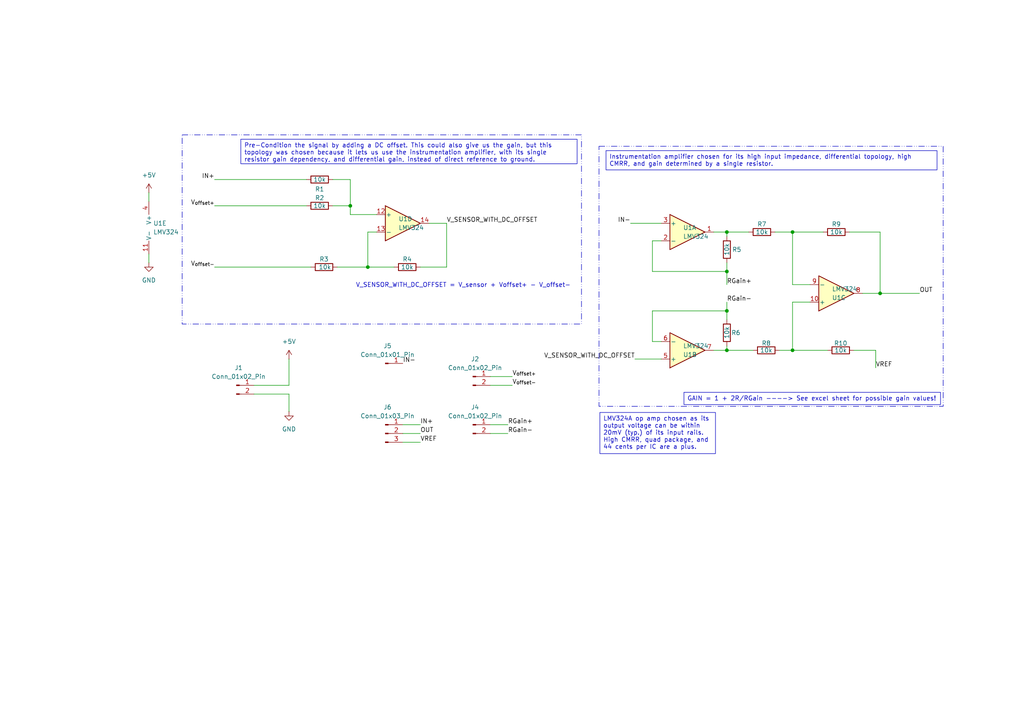
<source format=kicad_sch>
(kicad_sch (version 20250114) (generator "eeschema") (generator_version "9.0")
  (paper "A4")
  (lib_symbols
    (symbol "Amplifier_Operational:LMV324" (pin_names (offset 0.127))
      (property "Reference" "U1" (at -1.27 1.2701 0))
      (property "Value" "LMV324" (at -1.27 -1.2699 0))
      (symbol "LMV324_1_1"
        (polyline (pts (xy -5.08 5.08) (xy 5.08 0) (xy -5.08 -5.08) (xy -5.08 5.08)) (stroke (width 0.254)) (fill (type background)))
        (pin input line (at -7.62 2.54 0) (length 2.54) (name "+") (number "3"))
        (pin input line (at -7.62 -2.54 0) (length 2.54) (name "-") (number "2"))
        (pin output line (at 7.62 0 180) (length 2.54) (name "~") (number "1"))
      )
      (symbol "LMV324_2_1"
        (polyline (pts (xy -5.08 5.08) (xy 5.08 0) (xy -5.08 -5.08) (xy -5.08 5.08)) (stroke (width 0.254)) (fill (type background)))
        (pin input line (at -7.62 2.54 0) (length 2.54) (name "+") (number "5"))
        (pin input line (at -7.62 -2.54 0) (length 2.54) (name "-") (number "6"))
        (pin output line (at 7.62 0 180) (length 2.54) (name "~") (number "7"))
      )
      (symbol "LMV324_3_1"
        (polyline (pts (xy -5.08 5.08) (xy 5.08 0) (xy -5.08 -5.08) (xy -5.08 5.08)) (stroke (width 0.254)) (fill (type background)))
        (pin input line (at -7.62 2.54 0) (length 2.54) (name "+") (number "10"))
        (pin input line (at -7.62 -2.54 0) (length 2.54) (name "-") (number "9"))
        (pin output line (at 7.62 0 180) (length 2.54) (name "~") (number "8"))
      )
      (symbol "LMV324_4_1"
        (polyline (pts (xy -5.08 5.08) (xy 5.08 0) (xy -5.08 -5.08) (xy -5.08 5.08)) (stroke (width 0.254)) (fill (type background)))
        (pin input line (at -7.62 2.54 0) (length 2.54) (name "+") (number "12"))
        (pin input line (at -7.62 -2.54 0) (length 2.54) (name "-") (number "13"))
        (pin output line (at 7.62 0 180) (length 2.54) (name "~") (number "14"))
      )
      (symbol "LMV324_5_1"
        (pin power_in line (at -2.54 7.62 270) (length 3.81) (name "V+") (number "4"))
        (pin power_in line (at -2.54 -7.62 90) (length 3.81) (name "V-") (number "11"))
      )
    )
    (symbol "Connector:Conn_01x01_Pin" (pin_names (offset 1.016) (hide yes))
      (property "Reference" "J" (at 0 2.54 0))
      (property "Value" "Conn_01x01_Pin" (at 0 -2.54 0))
      (symbol "Conn_01x01_Pin_1_1"
        (rectangle (start 0.8636 0.127) (end 0 -0.127) (stroke (width 0.1524)) (fill (type outline)))
        (polyline (pts (xy 1.27 0) (xy 0.8636 0)) (stroke (width 0.1524)))
        (pin passive line (at 5.08 0 180) (length 3.81) (name "Pin_1") (number "1"))
      )
    )
    (symbol "Connector:Conn_01x02_Pin" (pin_names (offset 1.016) (hide yes))
      (property "Reference" "J" (at 0 2.54 0))
      (property "Value" "Conn_01x02_Pin" (at 0 -5.08 0))
      (symbol "Conn_01x02_Pin_1_1"
        (rectangle (start 0.8636 0.127) (end 0 -0.127) (stroke (width 0.1524)) (fill (type outline)))
        (rectangle (start 0.8636 -2.413) (end 0 -2.667) (stroke (width 0.1524)) (fill (type outline)))
        (polyline (pts (xy 1.27 0) (xy 0.8636 0)) (stroke (width 0.1524)))
        (polyline (pts (xy 1.27 -2.54) (xy 0.8636 -2.54)) (stroke (width 0.1524)))
        (pin passive line (at 5.08 0 180) (length 3.81) (name "Pin_1") (number "1"))
        (pin passive line (at 5.08 -2.54 180) (length 3.81) (name "Pin_2") (number "2"))
      )
    )
    (symbol "Connector:Conn_01x03_Pin" (pin_names (offset 1.016) (hide yes))
      (property "Reference" "J" (at 0 5.08 0))
      (property "Value" "Conn_01x03_Pin" (at 0 -5.08 0))
      (symbol "Conn_01x03_Pin_1_1"
        (rectangle (start 0.8636 2.667) (end 0 2.413) (stroke (width 0.1524)) (fill (type outline)))
        (rectangle (start 0.8636 0.127) (end 0 -0.127) (stroke (width 0.1524)) (fill (type outline)))
        (rectangle (start 0.8636 -2.413) (end 0 -2.667) (stroke (width 0.1524)) (fill (type outline)))
        (polyline (pts (xy 1.27 2.54) (xy 0.8636 2.54)) (stroke (width 0.1524)))
        (polyline (pts (xy 1.27 0) (xy 0.8636 0)) (stroke (width 0.1524)))
        (polyline (pts (xy 1.27 -2.54) (xy 0.8636 -2.54)) (stroke (width 0.1524)))
        (pin passive line (at 5.08 2.54 180) (length 3.81) (name "Pin_1") (number "1"))
        (pin passive line (at 5.08 0 180) (length 3.81) (name "Pin_2") (number "2"))
        (pin passive line (at 5.08 -2.54 180) (length 3.81) (name "Pin_3") (number "3"))
      )
    )
    (symbol "Device:R" (pin_numbers (hide yes)) (pin_names (offset 0))
      (property "Reference" "R" (at 2.032 0 90))
      (property "Value" "R" (at 0 0 90))
      (symbol "R_0_1"
        (rectangle (start -1.016 -2.54) (end 1.016 2.54) (stroke (width 0.254)))
      )
      (symbol "R_1_1"
        (pin passive line (at 0 3.81 270) (length 1.27) (name "~") (number "1"))
        (pin passive line (at 0 -3.81 90) (length 1.27) (name "~") (number "2"))
      )
    )
    (symbol "LMV324_1" (pin_names (offset 0.127))
      (property "Reference" "U1" (at -1.27 1.2701 0))
      (property "Value" "LMV324" (at -1.27 -1.2699 0))
      (symbol "LMV324_1_1_1"
        (polyline (pts (xy -5.08 5.08) (xy 5.08 0) (xy -5.08 -5.08) (xy -5.08 5.08)) (stroke (width 0.254)) (fill (type background)))
        (pin input line (at -7.62 2.54 0) (length 2.54) (name "+") (number "3"))
        (pin input line (at -7.62 -2.54 0) (length 2.54) (name "-") (number "2"))
        (pin output line (at 7.62 0 180) (length 2.54) (name "~") (number "1"))
      )
      (symbol "LMV324_1_2_1"
        (polyline (pts (xy -5.08 5.08) (xy 5.08 0) (xy -5.08 -5.08) (xy -5.08 5.08)) (stroke (width 0.254)) (fill (type background)))
        (pin input line (at -7.62 2.54 0) (length 2.54) (name "+") (number "5"))
        (pin input line (at -7.62 -2.54 0) (length 2.54) (name "-") (number "6"))
        (pin output line (at 7.62 0 180) (length 2.54) (name "~") (number "7"))
      )
      (symbol "LMV324_1_3_1"
        (polyline (pts (xy -5.08 5.08) (xy 5.08 0) (xy -5.08 -5.08) (xy -5.08 5.08)) (stroke (width 0.254)) (fill (type background)))
        (pin input line (at -7.62 2.54 0) (length 2.54) (name "+") (number "10"))
        (pin input line (at -7.62 -2.54 0) (length 2.54) (name "-") (number "9"))
        (pin output line (at 7.62 0 180) (length 2.54) (name "~") (number "8"))
      )
      (symbol "LMV324_1_4_1"
        (polyline (pts (xy -5.08 5.08) (xy 5.08 0) (xy -5.08 -5.08) (xy -5.08 5.08)) (stroke (width 0.254)) (fill (type background)))
        (pin input line (at -7.62 2.54 0) (length 2.54) (name "+") (number "12"))
        (pin input line (at -7.62 -2.54 0) (length 2.54) (name "-") (number "13"))
        (pin output line (at 7.62 0 180) (length 2.54) (name "~") (number "14"))
      )
      (symbol "LMV324_1_5_1"
        (pin power_in line (at -2.54 7.62 270) (length 3.81) (name "V+") (number "4"))
        (pin power_in line (at -2.54 -7.62 90) (length 3.81) (name "V-") (number "11"))
      )
    )
    (symbol "LMV324_2" (pin_names (offset 0.127))
      (property "Reference" "U1" (at -1.27 1.2701 0))
      (property "Value" "LMV324" (at -1.27 -1.2699 0))
      (symbol "LMV324_2_1_1"
        (polyline (pts (xy -5.08 5.08) (xy 5.08 0) (xy -5.08 -5.08) (xy -5.08 5.08)) (stroke (width 0.254)) (fill (type background)))
        (pin input line (at -7.62 2.54 0) (length 2.54) (name "+") (number "3"))
        (pin input line (at -7.62 -2.54 0) (length 2.54) (name "-") (number "2"))
        (pin output line (at 7.62 0 180) (length 2.54) (name "~") (number "1"))
      )
      (symbol "LMV324_2_2_1"
        (polyline (pts (xy -5.08 5.08) (xy 5.08 0) (xy -5.08 -5.08) (xy -5.08 5.08)) (stroke (width 0.254)) (fill (type background)))
        (pin input line (at -7.62 2.54 0) (length 2.54) (name "+") (number "5"))
        (pin input line (at -7.62 -2.54 0) (length 2.54) (name "-") (number "6"))
        (pin output line (at 7.62 0 180) (length 2.54) (name "~") (number "7"))
      )
      (symbol "LMV324_2_3_1"
        (polyline (pts (xy -5.08 5.08) (xy 5.08 0) (xy -5.08 -5.08) (xy -5.08 5.08)) (stroke (width 0.254)) (fill (type background)))
        (pin input line (at -7.62 2.54 0) (length 2.54) (name "+") (number "10"))
        (pin input line (at -7.62 -2.54 0) (length 2.54) (name "-") (number "9"))
        (pin output line (at 7.62 0 180) (length 2.54) (name "~") (number "8"))
      )
      (symbol "LMV324_2_4_1"
        (polyline (pts (xy -5.08 5.08) (xy 5.08 0) (xy -5.08 -5.08) (xy -5.08 5.08)) (stroke (width 0.254)) (fill (type background)))
        (pin input line (at -7.62 2.54 0) (length 2.54) (name "+") (number "12"))
        (pin input line (at -7.62 -2.54 0) (length 2.54) (name "-") (number "13"))
        (pin output line (at 7.62 0 180) (length 2.54) (name "~") (number "14"))
      )
      (symbol "LMV324_2_5_1"
        (pin power_in line (at -2.54 7.62 270) (length 3.81) (name "V+") (number "4"))
        (pin power_in line (at -2.54 -7.62 90) (length 3.81) (name "V-") (number "11"))
      )
    )
    (symbol "LMV324_3" (pin_names (offset 0.127))
      (property "Reference" "U1" (at -1.27 1.2701 0))
      (property "Value" "LMV324" (at -1.27 -1.2699 0))
      (symbol "LMV324_3_1_1"
        (polyline (pts (xy -5.08 5.08) (xy 5.08 0) (xy -5.08 -5.08) (xy -5.08 5.08)) (stroke (width 0.254)) (fill (type background)))
        (pin input line (at -7.62 2.54 0) (length 2.54) (name "+") (number "3"))
        (pin input line (at -7.62 -2.54 0) (length 2.54) (name "-") (number "2"))
        (pin output line (at 7.62 0 180) (length 2.54) (name "~") (number "1"))
      )
      (symbol "LMV324_3_2_1"
        (polyline (pts (xy -5.08 5.08) (xy 5.08 0) (xy -5.08 -5.08) (xy -5.08 5.08)) (stroke (width 0.254)) (fill (type background)))
        (pin input line (at -7.62 2.54 0) (length 2.54) (name "+") (number "5"))
        (pin input line (at -7.62 -2.54 0) (length 2.54) (name "-") (number "6"))
        (pin output line (at 7.62 0 180) (length 2.54) (name "~") (number "7"))
      )
      (symbol "LMV324_3_3_1"
        (polyline (pts (xy -5.08 5.08) (xy 5.08 0) (xy -5.08 -5.08) (xy -5.08 5.08)) (stroke (width 0.254)) (fill (type background)))
        (pin input line (at -7.62 2.54 0) (length 2.54) (name "+") (number "10"))
        (pin input line (at -7.62 -2.54 0) (length 2.54) (name "-") (number "9"))
        (pin output line (at 7.62 0 180) (length 2.54) (name "~") (number "8"))
      )
      (symbol "LMV324_3_4_1"
        (polyline (pts (xy -5.08 5.08) (xy 5.08 0) (xy -5.08 -5.08) (xy -5.08 5.08)) (stroke (width 0.254)) (fill (type background)))
        (pin input line (at -7.62 2.54 0) (length 2.54) (name "+") (number "12"))
        (pin input line (at -7.62 -2.54 0) (length 2.54) (name "-") (number "13"))
        (pin output line (at 7.62 0 180) (length 2.54) (name "~") (number "14"))
      )
      (symbol "LMV324_3_5_1"
        (pin power_in line (at -2.54 7.62 270) (length 3.81) (name "V+") (number "4"))
        (pin power_in line (at -2.54 -7.62 90) (length 3.81) (name "V-") (number "11"))
      )
    )
    (symbol "LMV324_4" (pin_names (offset 0.127))
      (property "Reference" "U1" (at -1.27 1.2701 0))
      (property "Value" "LMV324" (at -1.27 -1.2699 0))
      (symbol "LMV324_4_1_1"
        (polyline (pts (xy -5.08 5.08) (xy 5.08 0) (xy -5.08 -5.08) (xy -5.08 5.08)) (stroke (width 0.254)) (fill (type background)))
        (pin input line (at -7.62 2.54 0) (length 2.54) (name "+") (number "3"))
        (pin input line (at -7.62 -2.54 0) (length 2.54) (name "-") (number "2"))
        (pin output line (at 7.62 0 180) (length 2.54) (name "~") (number "1"))
      )
      (symbol "LMV324_4_2_1"
        (polyline (pts (xy -5.08 5.08) (xy 5.08 0) (xy -5.08 -5.08) (xy -5.08 5.08)) (stroke (width 0.254)) (fill (type background)))
        (pin input line (at -7.62 2.54 0) (length 2.54) (name "+") (number "5"))
        (pin input line (at -7.62 -2.54 0) (length 2.54) (name "-") (number "6"))
        (pin output line (at 7.62 0 180) (length 2.54) (name "~") (number "7"))
      )
      (symbol "LMV324_4_3_1"
        (polyline (pts (xy -5.08 5.08) (xy 5.08 0) (xy -5.08 -5.08) (xy -5.08 5.08)) (stroke (width 0.254)) (fill (type background)))
        (pin input line (at -7.62 2.54 0) (length 2.54) (name "+") (number "10"))
        (pin input line (at -7.62 -2.54 0) (length 2.54) (name "-") (number "9"))
        (pin output line (at 7.62 0 180) (length 2.54) (name "~") (number "8"))
      )
      (symbol "LMV324_4_4_1"
        (polyline (pts (xy -5.08 5.08) (xy 5.08 0) (xy -5.08 -5.08) (xy -5.08 5.08)) (stroke (width 0.254)) (fill (type background)))
        (pin input line (at -7.62 2.54 0) (length 2.54) (name "+") (number "12"))
        (pin input line (at -7.62 -2.54 0) (length 2.54) (name "-") (number "13"))
        (pin output line (at 7.62 0 180) (length 2.54) (name "~") (number "14"))
      )
      (symbol "LMV324_4_5_1"
        (pin power_in line (at -2.54 7.62 270) (length 3.81) (name "V+") (number "4"))
        (pin power_in line (at -2.54 -7.62 90) (length 3.81) (name "V-") (number "11"))
      )
    )
    (symbol "power:+5V" (power) (pin_numbers (hide yes)) (pin_names (offset 0) (hide yes))
      (property "Value" "+5V" (at 0 3.556 0))
      (symbol "+5V_0_1"
        (polyline (pts (xy -0.762 1.27) (xy 0 2.54)))
        (polyline (pts (xy 0 2.54) (xy 0.762 1.27)))
        (polyline (pts (xy 0 0) (xy 0 2.54)))
      )
      (symbol "+5V_1_1"
        (pin power_in line (at 0 0 90) (length 0) (name "~") (number "1"))
      )
    )
    (symbol "power:GND" (power) (pin_numbers (hide yes)) (pin_names (offset 0) (hide yes))
      (property "Value" "GND" (at 0 -3.81 0))
      (symbol "GND_0_1"
        (polyline (pts (xy 0 0) (xy 0 -1.27) (xy 1.27 -1.27) (xy 0 -2.54) (xy -1.27 -1.27) (xy 0 -1.27)))
      )
      (symbol "GND_1_1"
        (pin power_in line (at 0 0 270) (length 0) (name "~") (number "1"))
      )
    )
  )
  (rectangle (start 173.736 42.418) (end 273.558 117.856) (stroke (width 0) (type dash_dot_dot)))
  (rectangle (start 52.832 39.116) (end 168.656 93.98) (stroke (width 0) (type dash_dot_dot)))
  (text "V_SENSOR_WITH_DC_OFFSET = V_sensor + Voffset+ - V_offset-" (at 134.366 82.804 0) (effects (font (size 1.27 1.27))))
  (text_box "Instrumentation amplifier chosen for its high input impedance, differential topology, high CMRR, and gain determined by a single resistor." (at 175.768 43.688 0) (size 96.012 5.588) (margins 0.9525 0.9525 0.9525 0.9525) (effects (font (size 1.27 1.27)) (justify left top)))
  (text_box "Pre-Condition the signal by adding a DC offset. This could also give us the gain, but this topology was chosen because it lets us use the instrumentation amplifier, with its single resistor gain dependency, and differential gain, instead of direct reference to ground." (at 69.85 40.386 0) (size 97.536 7.112) (margins 0.9525 0.9525 0.9525 0.9525) (effects (font (size 1.27 1.27)) (justify left top)))
  (text_box "LMV324A op amp chosen as its output voltage can be within 20mV (typ.) of its input rails. High CMRR, quad package, and 44 cents per IC are a plus." (at 173.99 119.634 0) (size 33.528 11.938) (margins 0.9525 0.9525 0.9525 0.9525) (effects (font (size 1.27 1.27)) (justify left top)))
  (text_box "GAIN = 1 + 2R/RGain ----> See excel sheet for possible gain values!" (at 198.374 113.792 0) (size 74.422 3.556) (margins 0.9525 0.9525 0.9525 0.9525) (effects (font (size 1.27 1.27)) (justify left top)))
  (junction (at 210.82 90.17))
  (junction (at 255.27 85.09))
  (junction (at 210.82 101.6))
  (junction (at 229.87 67.31))
  (junction (at 106.68 77.47))
  (junction (at 210.82 78.74))
  (junction (at 210.82 67.31))
  (junction (at 101.6 59.69))
  (junction (at 229.87 101.6))
  (wire (pts (xy 254 101.6) (xy 254 106.68)))
  (wire (pts (xy 255.27 85.09) (xy 250.19 85.09)))
  (wire (pts (xy 96.52 59.69) (xy 101.6 59.69)))
  (wire (pts (xy 101.6 59.69) (xy 101.6 52.07)))
  (wire (pts (xy 229.87 87.63) (xy 229.87 101.6)))
  (wire (pts (xy 106.68 67.31) (xy 109.22 67.31)))
  (wire (pts (xy 124.46 64.77) (xy 129.54 64.77)))
  (wire (pts (xy 210.82 101.6) (xy 207.01 101.6)))
  (wire (pts (xy 142.24 123.19) (xy 147.32 123.19)))
  (wire (pts (xy 210.82 68.58) (xy 210.82 67.31)))
  (wire (pts (xy 62.23 77.47) (xy 90.17 77.47)))
  (wire (pts (xy 210.82 87.63) (xy 210.82 90.17)))
  (wire (pts (xy 224.79 67.31) (xy 229.87 67.31)))
  (wire (pts (xy 210.82 90.17) (xy 189.23 90.17)))
  (wire (pts (xy 255.27 67.31) (xy 255.27 85.09)))
  (wire (pts (xy 97.79 77.47) (xy 106.68 77.47)))
  (wire (pts (xy 148.59 111.76) (xy 142.24 111.76)))
  (wire (pts (xy 43.18 73.66) (xy 43.18 76.2)))
  (wire (pts (xy 106.68 77.47) (xy 114.3 77.47)))
  (wire (pts (xy 148.59 109.22) (xy 142.24 109.22)))
  (wire (pts (xy 184.15 104.14) (xy 191.77 104.14)))
  (wire (pts (xy 229.87 101.6) (xy 240.03 101.6)))
  (wire (pts (xy 210.82 67.31) (xy 217.17 67.31)))
  (wire (pts (xy 229.87 67.31) (xy 238.76 67.31)))
  (wire (pts (xy 210.82 90.17) (xy 210.82 92.71)))
  (wire (pts (xy 210.82 100.33) (xy 210.82 101.6)))
  (wire (pts (xy 101.6 62.23) (xy 101.6 59.69)))
  (wire (pts (xy 210.82 76.2) (xy 210.82 78.74)))
  (wire (pts (xy 43.18 55.88) (xy 43.18 58.42)))
  (wire (pts (xy 129.54 64.77) (xy 129.54 77.47)))
  (wire (pts (xy 189.23 78.74) (xy 189.23 69.85)))
  (wire (pts (xy 73.66 114.3) (xy 83.82 114.3)))
  (wire (pts (xy 121.92 77.47) (xy 129.54 77.47)))
  (wire (pts (xy 189.23 99.06) (xy 191.77 99.06)))
  (wire (pts (xy 101.6 52.07) (xy 96.52 52.07)))
  (wire (pts (xy 101.6 62.23) (xy 109.22 62.23)))
  (wire (pts (xy 210.82 67.31) (xy 207.01 67.31)))
  (wire (pts (xy 234.95 87.63) (xy 229.87 87.63)))
  (wire (pts (xy 247.65 101.6) (xy 254 101.6)))
  (wire (pts (xy 234.95 82.55) (xy 229.87 82.55)))
  (wire (pts (xy 106.68 67.31) (xy 106.68 77.47)))
  (wire (pts (xy 255.27 85.09) (xy 266.7 85.09)))
  (wire (pts (xy 182.88 64.77) (xy 191.77 64.77)))
  (wire (pts (xy 116.84 123.19) (xy 121.92 123.19)))
  (wire (pts (xy 62.23 59.69) (xy 88.9 59.69)))
  (wire (pts (xy 229.87 82.55) (xy 229.87 67.31)))
  (wire (pts (xy 73.66 111.76) (xy 83.82 111.76)))
  (wire (pts (xy 142.24 125.73) (xy 147.32 125.73)))
  (wire (pts (xy 189.23 90.17) (xy 189.23 99.06)))
  (wire (pts (xy 116.84 125.73) (xy 121.92 125.73)))
  (wire (pts (xy 210.82 101.6) (xy 218.44 101.6)))
  (wire (pts (xy 226.06 101.6) (xy 229.87 101.6)))
  (wire (pts (xy 83.82 104.14) (xy 83.82 111.76)))
  (wire (pts (xy 116.84 128.27) (xy 121.92 128.27)))
  (wire (pts (xy 62.23 52.07) (xy 88.9 52.07)))
  (wire (pts (xy 189.23 69.85) (xy 191.77 69.85)))
  (wire (pts (xy 246.38 67.31) (xy 255.27 67.31)))
  (wire (pts (xy 210.82 82.55) (xy 210.82 78.74)))
  (wire (pts (xy 83.82 114.3) (xy 83.82 119.38)))
  (wire (pts (xy 210.82 78.74) (xy 189.23 78.74)))
  (label "IN+" (at 62.23 52.07 180))
  (label "IN+" (at 121.92 123.19 0))
  (label "V_{offset+}" (at 148.59 109.22 0))
  (label "RGain+" (at 210.82 82.55 0))
  (label "V_SENSOR_WITH_DC_OFFSET" (at 184.15 104.14 180))
  (label "VREF" (at 121.92 128.27 0))
  (label "VREF" (at 254 106.68 0))
  (label "RGain-" (at 147.32 125.73 0))
  (label "IN-" (at 182.88 64.77 180))
  (label "V_{offset-}" (at 148.59 111.76 0))
  (label "OUT" (at 266.7 85.09 0))
  (label "V_{offset+}" (at 62.23 59.69 180))
  (label "V_SENSOR_WITH_DC_OFFSET" (at 129.54 64.77 0))
  (label "OUT" (at 121.92 125.73 0))
  (label "RGain+" (at 147.32 123.19 0))
  (label "V_{offset-}" (at 62.23 77.47 180))
  (label "RGain-" (at 210.82 87.63 0))
  (label "IN-" (at 116.84 105.41 0))
  (symbol (lib_id "Amplifier_Operational:LMV324") (at 45.72 66.04 0) (unit 5)
    (property "Reference" "U1" (at 44.45 64.7699 0) (effects (justify left)))
    (property "Value" "LMV324" (at 44.45 67.3099 0) (effects (justify left)))
    (property "Footprint" "Package_SO:TSSOP-14_4.4x5mm_P0.65mm" (effects (hide yes)))
    (property "Datasheet" "http://www.ti.com/lit/ds/symlink/lmv324.pdf" (effects (hide yes)))
    (property "Description" "Quad Low-Voltage Rail-to-Rail Output Operational Amplifier, SOIC-14/SSOP-14" (effects (hide yes)))
  )
  (symbol (lib_id "Device:R") (at 92.71 52.07 90) (unit 1)
    (property "Reference" "R1" (at 92.71 54.864 90))
    (property "Value" "10k" (at 92.71 52.07 90))
    (property "Footprint" "Resistor_SMD:R_0805_2012Metric_Pad1.20x1.40mm_HandSolder" (effects (hide yes)))
    (property "Description" "Resistor" (effects (hide yes)))
  )
  (symbol (lib_id "Connector:Conn_01x01_Pin") (at 111.76 105.41 0) (unit 1)
    (property "Reference" "J5" (at 112.395 100.33 0))
    (property "Value" "Conn_01x01_Pin" (at 112.395 102.87 0))
    (property "Footprint" "Connector_PinHeader_2.54mm:PinHeader_1x01_P2.54mm_Vertical" (effects (hide yes)))
    (property "Description" "Generic connector, single row, 01x01, script generated" (effects (hide yes)))
  )
  (symbol (lib_id "Device:R") (at 222.25 101.6 90) (mirror x) (unit 1)
    (property "Reference" "R8" (at 222.25 99.568 90))
    (property "Value" "10k" (at 222.25 101.6 90))
    (property "Footprint" "Resistor_SMD:R_0805_2012Metric_Pad1.20x1.40mm_HandSolder" (effects (hide yes)))
    (property "Description" "Resistor" (effects (hide yes)))
  )
  (symbol (lib_name "LMV324_4") (lib_id "Amplifier_Operational:LMV324") (at 199.39 101.6 0) (mirror x) (unit 2)
    (property "Reference" "U1" (at 198.12 102.8701 0) (effects (justify left)))
    (property "Value" "LMV324" (at 198.12 100.3301 0) (effects (justify left)))
    (property "Footprint" "Package_SO:TSSOP-14_4.4x5mm_P0.65mm" (effects (hide yes)))
    (property "Datasheet" "http://www.ti.com/lit/ds/symlink/lmv324.pdf" (effects (hide yes)))
    (property "Description" "Quad Low-Voltage Rail-to-Rail Output Operational Amplifier, SOIC-14/SSOP-14" (effects (hide yes)))
  )
  (symbol (lib_id "Connector:Conn_01x02_Pin") (at 137.16 123.19 0) (unit 1)
    (property "Reference" "J4" (at 137.795 118.11 0))
    (property "Value" "Conn_01x02_Pin" (at 137.795 120.65 0))
    (property "Footprint" "Connector_PinHeader_2.54mm:PinHeader_1x02_P2.54mm_Vertical" (effects (hide yes)))
    (property "Description" "Generic connector, single row, 01x02, script generated" (effects (hide yes)))
  )
  (symbol (lib_name "LMV324_2") (lib_id "Amplifier_Operational:LMV324") (at 199.39 67.31 0) (unit 1)
    (property "Reference" "U1" (at 198.12 66.0399 0) (effects (justify left)))
    (property "Value" "LMV324" (at 198.12 68.5799 0) (effects (justify left)))
    (property "Footprint" "Package_SO:TSSOP-14_4.4x5mm_P0.65mm" (effects (hide yes)))
    (property "Datasheet" "http://www.ti.com/lit/ds/symlink/lmv324.pdf" (effects (hide yes)))
    (property "Description" "Quad Low-Voltage Rail-to-Rail Output Operational Amplifier, SOIC-14/SSOP-14" (effects (hide yes)))
  )
  (symbol (lib_id "power:GND") (at 83.82 119.38 0) (unit 1)
    (property "Reference" "#PWR04" (effects (hide yes)))
    (property "Value" "GND" (at 83.82 124.46 0))
    (property "Description" "Power symbol creates a global label with name \"GND\" , ground" (effects (hide yes)))
  )
  (symbol (lib_id "power:+5V") (at 83.82 104.14 0) (unit 1)
    (property "Reference" "#PWR03" (effects (hide yes)))
    (property "Value" "+5V" (at 83.82 99.06 0))
    (property "Description" "Power symbol creates a global label with name \"+5V\"" (effects (hide yes)))
  )
  (symbol (lib_id "Connector:Conn_01x03_Pin") (at 111.76 125.73 0) (unit 1)
    (property "Reference" "J6" (at 112.395 118.11 0))
    (property "Value" "Conn_01x03_Pin" (at 112.395 120.65 0))
    (property "Footprint" "Connector_PinHeader_2.54mm:PinHeader_1x03_P2.54mm_Vertical" (effects (hide yes)))
    (property "Description" "Generic connector, single row, 01x03, script generated" (effects (hide yes)))
  )
  (symbol (lib_id "Device:R") (at 92.71 59.69 90) (mirror x) (unit 1)
    (property "Reference" "R2" (at 92.71 57.404 90))
    (property "Value" "10k" (at 92.71 59.69 90))
    (property "Footprint" "Resistor_SMD:R_0805_2012Metric_Pad1.20x1.40mm_HandSolder" (effects (hide yes)))
    (property "Description" "Resistor" (effects (hide yes)))
  )
  (symbol (lib_id "Device:R") (at 243.84 101.6 90) (mirror x) (unit 1)
    (property "Reference" "R10" (at 243.84 99.568 90))
    (property "Value" "10k" (at 243.84 101.6 90))
    (property "Footprint" "Resistor_SMD:R_0805_2012Metric_Pad1.20x1.40mm_HandSolder" (effects (hide yes)))
    (property "Description" "Resistor" (effects (hide yes)))
  )
  (symbol (lib_id "Device:R") (at 93.98 77.47 90) (unit 1)
    (property "Reference" "R3" (at 93.98 75.184 90))
    (property "Value" "10k" (at 94.234 77.47 90))
    (property "Footprint" "Resistor_SMD:R_0805_2012Metric_Pad1.20x1.40mm_HandSolder" (effects (hide yes)))
    (property "Description" "Resistor" (effects (hide yes)))
  )
  (symbol (lib_id "power:+5V") (at 43.18 55.88 0) (unit 1)
    (property "Reference" "#PWR01" (effects (hide yes)))
    (property "Value" "+5V" (at 43.18 50.8 0))
    (property "Description" "Power symbol creates a global label with name \"+5V\"" (effects (hide yes)))
  )
  (symbol (lib_id "power:GND") (at 43.18 76.2 0) (unit 1)
    (property "Reference" "#PWR02" (effects (hide yes)))
    (property "Value" "GND" (at 43.18 81.28 0))
    (property "Description" "Power symbol creates a global label with name \"GND\" , ground" (effects (hide yes)))
  )
  (symbol (lib_id "Device:R") (at 210.82 96.52 0) (unit 1)
    (property "Reference" "R6" (at 212.09 96.52 0) (effects (justify left)))
    (property "Value" "10k" (at 210.82 98.298 90) (effects (justify left)))
    (property "Footprint" "Resistor_SMD:R_0805_2012Metric_Pad1.20x1.40mm_HandSolder" (effects (hide yes)))
    (property "Description" "Resistor" (effects (hide yes)))
  )
  (symbol (lib_id "Device:R") (at 242.57 67.31 90) (unit 1)
    (property "Reference" "R9" (at 242.57 65.024 90))
    (property "Value" "10k" (at 242.57 67.31 90))
    (property "Footprint" "Resistor_SMD:R_0805_2012Metric_Pad1.20x1.40mm_HandSolder" (effects (hide yes)))
    (property "Description" "Resistor" (effects (hide yes)))
  )
  (symbol (lib_name "LMV324_1") (lib_id "Amplifier_Operational:LMV324") (at 116.84 64.77 0) (unit 4)
    (property "Reference" "U1" (at 115.57 63.4999 0) (effects (justify left)))
    (property "Value" "LMV324" (at 115.57 66.0399 0) (effects (justify left)))
    (property "Footprint" "Package_SO:TSSOP-14_4.4x5mm_P0.65mm" (effects (hide yes)))
    (property "Datasheet" "http://www.ti.com/lit/ds/symlink/lmv324.pdf" (effects (hide yes)))
    (property "Description" "Quad Low-Voltage Rail-to-Rail Output Operational Amplifier, SOIC-14/SSOP-14" (effects (hide yes)))
  )
  (symbol (lib_id "Device:R") (at 118.11 77.47 90) (unit 1)
    (property "Reference" "R4" (at 118.11 75.184 90))
    (property "Value" "10k" (at 118.11 77.47 90))
    (property "Footprint" "Resistor_SMD:R_0805_2012Metric_Pad1.20x1.40mm_HandSolder" (effects (hide yes)))
    (property "Description" "Resistor" (effects (hide yes)))
  )
  (symbol (lib_id "Device:R") (at 210.82 72.39 0) (unit 1)
    (property "Reference" "R5" (at 212.344 72.39 0) (effects (justify left)))
    (property "Value" "10k" (at 210.82 74.168 90) (effects (justify left)))
    (property "Footprint" "Resistor_SMD:R_0805_2012Metric_Pad1.20x1.40mm_HandSolder" (effects (hide yes)))
    (property "Description" "Resistor" (effects (hide yes)))
  )
  (symbol (lib_id "Connector:Conn_01x02_Pin") (at 137.16 109.22 0) (unit 1)
    (property "Reference" "J2" (at 137.795 104.14 0))
    (property "Value" "Conn_01x02_Pin" (at 137.795 106.68 0))
    (property "Footprint" "Connector_PinHeader_2.54mm:PinHeader_1x02_P2.54mm_Vertical" (effects (hide yes)))
    (property "Description" "Generic connector, single row, 01x02, script generated" (effects (hide yes)))
  )
  (symbol (lib_id "Connector:Conn_01x02_Pin") (at 68.58 111.76 0) (unit 1)
    (property "Reference" "J1" (at 69.215 106.68 0))
    (property "Value" "Conn_01x02_Pin" (at 69.215 109.22 0))
    (property "Footprint" "Connector_PinHeader_2.54mm:PinHeader_1x02_P2.54mm_Vertical" (effects (hide yes)))
    (property "Description" "Generic connector, single row, 01x02, script generated" (effects (hide yes)))
  )
  (symbol (lib_name "LMV324_3") (lib_id "Amplifier_Operational:LMV324") (at 242.57 85.09 0) (mirror x) (unit 3)
    (property "Reference" "U1" (at 241.3 86.3601 0) (effects (justify left)))
    (property "Value" "LMV324" (at 241.3 83.8201 0) (effects (justify left)))
    (property "Footprint" "Package_SO:TSSOP-14_4.4x5mm_P0.65mm" (effects (hide yes)))
    (property "Datasheet" "http://www.ti.com/lit/ds/symlink/lmv324.pdf" (effects (hide yes)))
    (property "Description" "Quad Low-Voltage Rail-to-Rail Output Operational Amplifier, SOIC-14/SSOP-14" (effects (hide yes)))
  )
  (symbol (lib_id "Device:R") (at 220.98 67.31 90) (unit 1)
    (property "Reference" "R7" (at 220.98 65.024 90))
    (property "Value" "10k" (at 220.98 67.31 90))
    (property "Footprint" "Resistor_SMD:R_0805_2012Metric_Pad1.20x1.40mm_HandSolder" (effects (hide yes)))
    (property "Description" "Resistor" (effects (hide yes)))
  )
)
</source>
